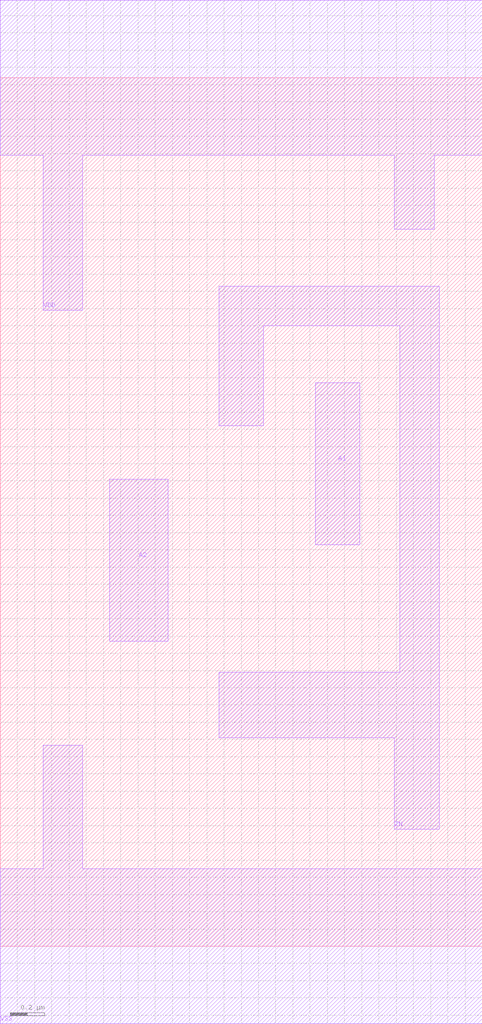
<source format=lef>
# Copyright 2022 GlobalFoundries PDK Authors
#
# Licensed under the Apache License, Version 2.0 (the "License");
# you may not use this file except in compliance with the License.
# You may obtain a copy of the License at
#
#      http://www.apache.org/licenses/LICENSE-2.0
#
# Unless required by applicable law or agreed to in writing, software
# distributed under the License is distributed on an "AS IS" BASIS,
# WITHOUT WARRANTIES OR CONDITIONS OF ANY KIND, either express or implied.
# See the License for the specific language governing permissions and
# limitations under the License.

MACRO gf180mcu_fd_sc_mcu9t5v0__nand2_1
  CLASS core ;
  FOREIGN gf180mcu_fd_sc_mcu9t5v0__nand2_1 0.0 0.0 ;
  ORIGIN 0 0 ;
  SYMMETRY X Y ;
  SITE GF018hv5v_green_sc9 ;
  SIZE 2.8 BY 5.04 ;
  PIN A1
    DIRECTION INPUT ;
    ANTENNAGATEAREA 1.6145 ;
    PORT
      LAYER METAL1 ;
        POLYGON 1.83 2.33 2.09 2.33 2.09 3.27 1.83 3.27  ;
    END
  END A1
  PIN A2
    DIRECTION INPUT ;
    ANTENNAGATEAREA 1.6145 ;
    PORT
      LAYER METAL1 ;
        POLYGON 0.635 1.77 0.975 1.77 0.975 2.71 0.635 2.71  ;
    END
  END A2
  PIN ZN
    DIRECTION OUTPUT ;
    ANTENNADIFFAREA 1.4362 ;
    PORT
      LAYER METAL1 ;
        POLYGON 1.27 3.02 1.53 3.02 1.53 3.6 2.32 3.6 2.32 1.59 1.27 1.59 1.27 1.21 2.29 1.21 2.29 0.68 2.55 0.68 2.55 3.83 1.27 3.83  ;
    END
  END ZN
  PIN VDD
    DIRECTION INOUT ;
    USE power ;
    SHAPE ABUTMENT ;
    PORT
      LAYER METAL1 ;
        POLYGON 0 4.59 0.25 4.59 0.25 3.69 0.48 3.69 0.48 4.59 2.29 4.59 2.29 4.16 2.52 4.16 2.52 4.59 2.8 4.59 2.8 5.49 0 5.49  ;
    END
  END VDD
  PIN VSS
    DIRECTION INOUT ;
    USE ground ;
    SHAPE ABUTMENT ;
    PORT
      LAYER METAL1 ;
        POLYGON 0 -0.45 2.8 -0.45 2.8 0.45 0.48 0.45 0.48 1.165 0.25 1.165 0.25 0.45 0 0.45  ;
    END
  END VSS
END gf180mcu_fd_sc_mcu9t5v0__nand2_1

</source>
